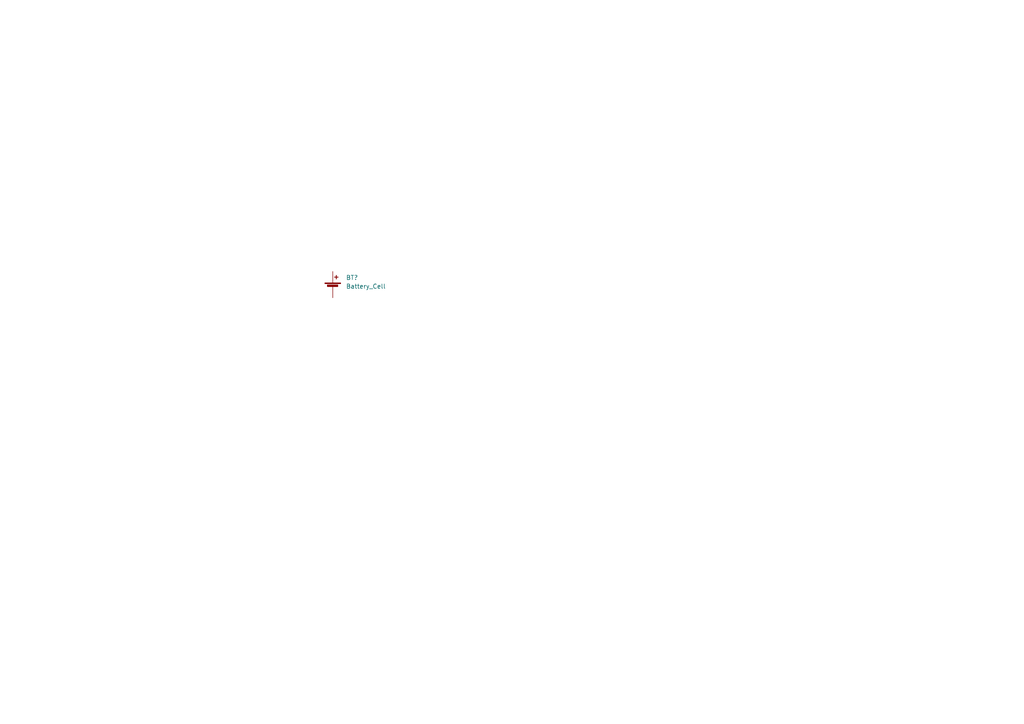
<source format=kicad_sch>
(kicad_sch (version 20211123) (generator eeschema)
  (paper "A4")
  (lib_symbols
    (symbol "Device:Battery_Cell" (pin_numbers hide) (pin_names (offset 0) hide)
      (property "Reference" "BT" (at 2.54 2.54 0))
      (property "Value" "Battery_Cell" (at 2.54 0 0))
      (symbol "Battery_Cell_0_1"
        (rectangle (start -2.286 1.778) (end 2.286 1.524) (fill (type outline)))
        (rectangle (start -1.5748 1.1938) (end 1.4732 0.6858) (fill (type outline)))
        (polyline (pts (xy 0 0.762) (xy 0 0)))
        (polyline (pts (xy 0 1.778) (xy 0 2.54)))
        (polyline (pts (xy 0.508 3.429) (xy 1.524 3.429)) (stroke (width 0.254)))
        (polyline (pts (xy 1.016 3.937) (xy 1.016 2.921)) (stroke (width 0.254)))
      )
      (symbol "Battery_Cell_1_1"
        (pin passive line (at 0 5.08 270) (length 2.54) (name "+") (number "1"))
        (pin passive line (at 0 -2.54 90) (length 2.54) (name "-") (number "2"))
      )
    )
  )
  (symbol (lib_id "Device:Battery_Cell") (at 96.52 83.82 0) (unit 1)
    (property "Reference" "BT?" (at 100.33 80.5179 0) (effects (justify left)))
    (property "Value" "Battery_Cell" (at 100.33 83.0579 0) (effects (justify left)))
  )
)
</source>
